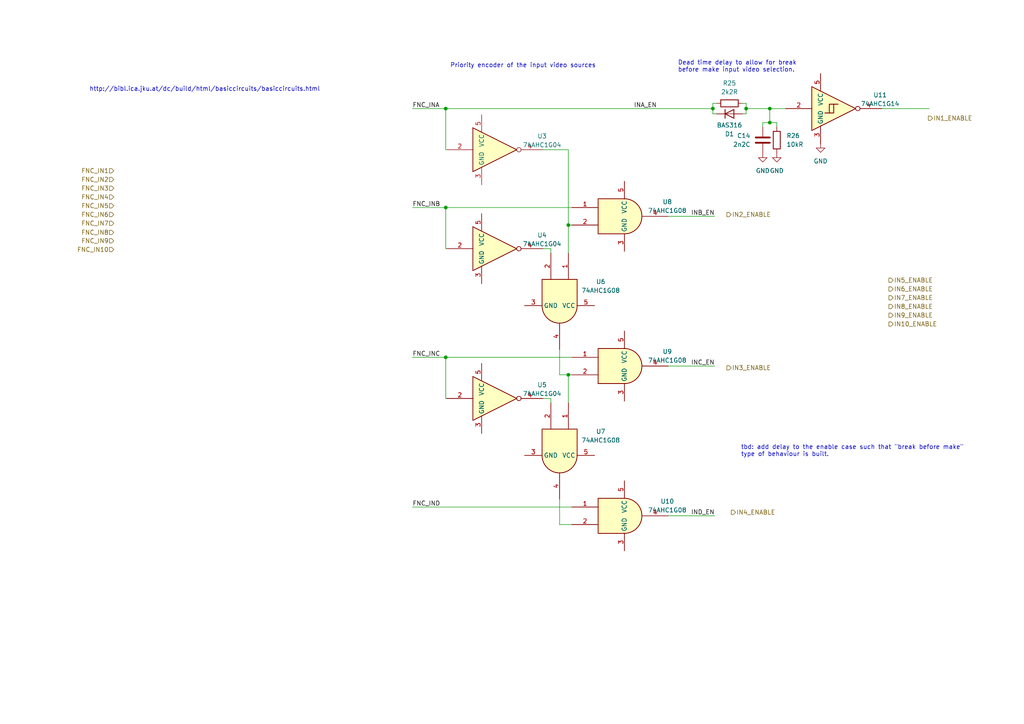
<source format=kicad_sch>
(kicad_sch (version 20230121) (generator eeschema)
  (paper "A4")
  (lib_symbols
    (symbol "74xGxx:74AHC1G04"
      (property "Reference" "U" (at -2.54 3.81 0))
      (property "Value" "74AHC1G04" (at 0 -3.81 0))
      (symbol "74AHC1G04_0_1"
        (polyline (pts (xy -7.62 6.35) (xy -7.62 -6.35) (xy 5.08 0) (xy -7.62 6.35)) (stroke (width 0.254)) (fill (type background)))
      )
      (symbol "74AHC1G04_1_1"
        (pin input line (at -15.24 0 0) (length 7.62) (name "~") (number "2"))
        (pin power_in line (at -5.08 -10.16 90) (length 5.08) (name "GND") (number "3"))
        (pin output inverted (at 12.7 0 180) (length 7.62) (name "~") (number "4"))
        (pin power_in line (at -5.08 10.16 270) (length 5.08) (name "VCC") (number "5"))
      )
    )
    (symbol "74xGxx:74AHC1G08"
      (property "Reference" "U" (at -2.54 3.81 0))
      (property "Value" "74AHC1G08" (at 0 -3.81 0))
      (symbol "74AHC1G08_0_1"
        (arc (start 0 -5.08) (mid 5.0579 0) (end 0 5.08) (stroke (width 0.254)) (fill (type background)))
        (polyline (pts (xy 0 -5.08) (xy -7.62 -5.08) (xy -7.62 5.08) (xy 0 5.08)) (stroke (width 0.254)) (fill (type background)))
      )
      (symbol "74AHC1G08_1_1"
        (pin input line (at -15.24 2.54 0) (length 7.62) (name "~") (number "1"))
        (pin input line (at -15.24 -2.54 0) (length 7.62) (name "~") (number "2"))
        (pin power_in line (at 0 -10.16 90) (length 5.08) (name "GND") (number "3"))
        (pin output line (at 12.7 0 180) (length 7.62) (name "~") (number "4"))
        (pin power_in line (at 0 10.16 270) (length 5.08) (name "VCC") (number "5"))
      )
    )
    (symbol "74xGxx:74AHC1G14"
      (property "Reference" "U" (at -2.54 3.81 0))
      (property "Value" "74AHC1G14" (at 0 -3.81 0))
      (symbol "74AHC1G14_0_1"
        (polyline (pts (xy -2.54 -1.27) (xy -1.27 -1.27) (xy -1.27 1.27)) (stroke (width 0.254)) (fill (type background)))
        (polyline (pts (xy -7.62 6.35) (xy -7.62 -6.35) (xy 5.08 0) (xy -7.62 6.35)) (stroke (width 0.254)) (fill (type background)))
        (polyline (pts (xy -3.81 -1.27) (xy -2.54 -1.27) (xy -2.54 1.27) (xy 0 1.27)) (stroke (width 0.254)) (fill (type background)))
      )
      (symbol "74AHC1G14_1_1"
        (pin input line (at -15.24 0 0) (length 7.62) (name "~") (number "2"))
        (pin power_in line (at -5.08 -10.16 90) (length 5.08) (name "GND") (number "3"))
        (pin output inverted (at 12.7 0 180) (length 7.62) (name "~") (number "4"))
        (pin power_in line (at -5.08 10.16 270) (length 5.08) (name "VCC") (number "5"))
      )
    )
    (symbol "Device:C" (pin_numbers hide) (pin_names (offset 0.254))
      (property "Reference" "C" (at 0.635 2.54 0))
      (property "Value" "C" (at 0.635 -2.54 0))
      (symbol "C_0_1"
        (polyline (pts (xy -2.032 -0.762) (xy 2.032 -0.762)) (stroke (width 0.508)))
        (polyline (pts (xy -2.032 0.762) (xy 2.032 0.762)) (stroke (width 0.508)))
      )
      (symbol "C_1_1"
        (pin passive line (at 0 3.81 270) (length 2.794) (name "~") (number "1"))
        (pin passive line (at 0 -3.81 90) (length 2.794) (name "~") (number "2"))
      )
    )
    (symbol "Device:D" (pin_numbers hide) (pin_names (offset 1.016) hide)
      (property "Reference" "D" (at 0 2.54 0))
      (property "Value" "D" (at 0 -2.54 0))
      (symbol "D_0_1"
        (polyline (pts (xy -1.27 1.27) (xy -1.27 -1.27)) (stroke (width 0.254)))
        (polyline (pts (xy 1.27 0) (xy -1.27 0)))
        (polyline (pts (xy 1.27 1.27) (xy 1.27 -1.27) (xy -1.27 0) (xy 1.27 1.27)) (stroke (width 0.254)))
      )
      (symbol "D_1_1"
        (pin passive line (at -3.81 0 0) (length 2.54) (name "K") (number "1"))
        (pin passive line (at 3.81 0 180) (length 2.54) (name "A") (number "2"))
      )
    )
    (symbol "Device:R" (pin_numbers hide) (pin_names (offset 0))
      (property "Reference" "R" (at 2.032 0 90))
      (property "Value" "R" (at 0 0 90))
      (symbol "R_0_1"
        (rectangle (start -1.016 -2.54) (end 1.016 2.54) (stroke (width 0.254)))
      )
      (symbol "R_1_1"
        (pin passive line (at 0 3.81 270) (length 1.27) (name "~") (number "1"))
        (pin passive line (at 0 -3.81 90) (length 1.27) (name "~") (number "2"))
      )
    )
    (symbol "power:GND" (power) (pin_names (offset 0))
      (property "Value" "GND" (at 0 -3.81 0))
      (symbol "GND_0_1"
        (polyline (pts (xy 0 0) (xy 0 -1.27) (xy 1.27 -1.27) (xy 0 -2.54) (xy -1.27 -1.27) (xy 0 -1.27)))
      )
      (symbol "GND_1_1"
        (pin power_in line (at 0 0 270) (length 0) hide (name "GND") (number "1"))
      )
    )
  )
  (junction (at 223.266 31.496))
  (junction (at 129.286 31.496))
  (junction (at 206.756 31.496))
  (junction (at 223.266 35.56))
  (junction (at 216.408 31.496))
  (junction (at 129.286 60.198))
  (junction (at 164.846 65.278))
  (junction (at 164.846 108.712))
  (junction (at 129.286 103.632))
  (wire (pts (xy 129.286 103.632) (xy 165.862 103.632)))
  (wire (pts (xy 193.802 149.606) (xy 207.264 149.606)))
  (wire (pts (xy 159.766 72.136) (xy 159.766 73.406)))
  (wire (pts (xy 216.408 29.972) (xy 216.408 31.496)))
  (wire (pts (xy 221.234 36.83) (xy 221.234 35.56)))
  (wire (pts (xy 164.846 43.434) (xy 164.846 65.278)))
  (wire (pts (xy 119.634 103.632) (xy 129.286 103.632)))
  (wire (pts (xy 206.756 33.02) (xy 207.772 33.02)))
  (wire (pts (xy 129.286 115.57) (xy 129.286 103.632)))
  (wire (pts (xy 165.862 108.712) (xy 164.846 108.712)))
  (wire (pts (xy 157.48 72.136) (xy 159.766 72.136)))
  (wire (pts (xy 221.234 35.56) (xy 223.266 35.56)))
  (wire (pts (xy 193.802 62.738) (xy 207.264 62.738)))
  (wire (pts (xy 216.408 31.496) (xy 223.266 31.496)))
  (wire (pts (xy 223.266 31.496) (xy 227.838 31.496)))
  (wire (pts (xy 157.48 115.57) (xy 159.766 115.57)))
  (wire (pts (xy 157.48 43.434) (xy 164.846 43.434)))
  (wire (pts (xy 119.634 147.066) (xy 165.862 147.066)))
  (wire (pts (xy 223.266 35.56) (xy 225.298 35.56)))
  (wire (pts (xy 119.634 31.496) (xy 129.286 31.496)))
  (wire (pts (xy 207.772 29.972) (xy 206.756 29.972)))
  (wire (pts (xy 119.634 60.198) (xy 129.286 60.198)))
  (wire (pts (xy 223.266 31.496) (xy 223.266 35.56)))
  (wire (pts (xy 206.756 31.496) (xy 206.756 33.02)))
  (wire (pts (xy 129.286 43.434) (xy 129.286 31.496)))
  (wire (pts (xy 129.54 72.136) (xy 129.286 72.136)))
  (wire (pts (xy 129.286 72.136) (xy 129.286 60.198)))
  (wire (pts (xy 159.766 115.57) (xy 159.766 116.84)))
  (wire (pts (xy 162.306 101.346) (xy 162.306 108.712)))
  (wire (pts (xy 162.306 108.712) (xy 164.846 108.712)))
  (wire (pts (xy 164.846 108.712) (xy 164.846 116.84)))
  (wire (pts (xy 129.286 60.198) (xy 165.862 60.198)))
  (wire (pts (xy 129.54 43.434) (xy 129.286 43.434)))
  (wire (pts (xy 215.392 29.972) (xy 216.408 29.972)))
  (wire (pts (xy 165.862 65.278) (xy 164.846 65.278)))
  (wire (pts (xy 129.286 31.496) (xy 206.756 31.496)))
  (wire (pts (xy 216.408 33.02) (xy 215.392 33.02)))
  (wire (pts (xy 193.802 106.172) (xy 207.264 106.172)))
  (wire (pts (xy 164.846 65.278) (xy 164.846 73.406)))
  (wire (pts (xy 129.54 115.57) (xy 129.286 115.57)))
  (wire (pts (xy 255.778 31.496) (xy 269.494 31.496)))
  (wire (pts (xy 162.306 152.146) (xy 165.862 152.146)))
  (wire (pts (xy 216.408 31.496) (xy 216.408 33.02)))
  (wire (pts (xy 206.756 29.972) (xy 206.756 31.496)))
  (wire (pts (xy 162.306 144.78) (xy 162.306 152.146)))
  (wire (pts (xy 225.298 35.56) (xy 225.298 36.83)))
  (text "http://bibl.ica.jku.at/dc/build/html/basiccircuits/basiccircuits.html" (at 25.908 26.67 0) (effects (font (size 1.27 1.27)) (justify left bottom)))
  (text "Dead time delay to allow for break\nbefore make input video selection." (at 196.596 21.082 0) (effects (font (size 1.27 1.27)) (justify left bottom)))
  (text "Priority encoder of the input video sources" (at 130.556 19.812 0) (effects (font (size 1.27 1.27)) (justify left bottom)))
  (text "tbd: add delay to the enable case such that \"break before make\"\ntype of behaviour is built." (at 214.884 132.588 0) (effects (font (size 1.27 1.27)) (justify left bottom)))
  (label "IND_EN" (at 207.264 149.606 180))
  (label "INA_EN" (at 190.5 31.496 180))
  (label "FNC_IND" (at 119.634 147.066 0))
  (label "INB_EN" (at 207.264 62.738 180))
  (label "FNC_INB" (at 119.634 60.198 0))
  (label "FNC_INA" (at 119.634 31.496 0))
  (label "FNC_INC" (at 119.634 103.632 0))
  (label "INC_EN" (at 207.264 106.172 180))
  (hierarchical_label "FNC_IN3" (shape input) (at 33.02 54.61 180))
  (hierarchical_label "IN2_ENABLE" (shape output) (at 210.82 62.23 0))
  (hierarchical_label "FNC_IN8" (shape input) (at 33.0089 67.4096 180))
  (hierarchical_label "IN8_ENABLE" (shape output) (at 257.81 88.9 0))
  (hierarchical_label "IN10_ENABLE" (shape output) (at 257.81 93.98 0))
  (hierarchical_label "IN1_ENABLE" (shape output) (at 269.24 34.29 0))
  (hierarchical_label "IN5_ENABLE" (shape output) (at 257.81 81.28 0))
  (hierarchical_label "IN4_ENABLE" (shape output) (at 212.09 148.59 0))
  (hierarchical_label "FNC_IN7" (shape input) (at 33.02 64.77 180))
  (hierarchical_label "FNC_IN5" (shape input) (at 33.02 59.69 180))
  (hierarchical_label "FNC_IN10" (shape input) (at 33.02 72.39 180))
  (hierarchical_label "IN9_ENABLE" (shape output) (at 257.81 91.44 0))
  (hierarchical_label "FNC_IN1" (shape input) (at 33.02 49.53 180))
  (hierarchical_label "FNC_IN6" (shape input) (at 33.02 62.23 180))
  (hierarchical_label "FNC_IN2" (shape input) (at 33.02 52.07 180))
  (hierarchical_label "IN7_ENABLE" (shape output) (at 257.81 86.36 0))
  (hierarchical_label "FNC_IN9" (shape input) (at 33.02 69.85 180))
  (hierarchical_label "IN3_ENABLE" (shape output) (at 210.82 106.68 0))
  (hierarchical_label "FNC_IN4" (shape input) (at 33.02 57.15 180))
  (hierarchical_label "IN6_ENABLE" (shape output) (at 257.81 83.82 0))
  (symbol (lib_id "Device:R") (at 211.582 29.972 90) (unit 1)
    (property "Reference" "R25" (at 211.582 24.13 90))
    (property "Value" "2k2R" (at 211.582 26.67 90))
    (property "Footprint" "Resistor_SMD:R_0805_2012Metric_Pad1.20x1.40mm_HandSolder" (effects hide))
  )
  (symbol (lib_id "74xGxx:74AHC1G08") (at 181.102 149.606 0) (unit 1)
    (property "Reference" "U10" (at 193.548 145.4151 0))
    (property "Value" "74AHC1G08" (at 193.548 147.9551 0))
    (property "Datasheet" "http://www.ti.com/lit/sg/scyt129e/scyt129e.pdf" (effects hide))
  )
  (symbol (lib_id "power:GND") (at 225.298 44.45 0) (unit 1)
    (property "Reference" "#PWR01" (effects hide))
    (property "Value" "GND" (at 225.298 49.53 0))
    (instances (project "SCART_switcher" (path "" (reference "#PWR01") (unit 1)) (path "" (reference "#PWR046") (unit 1))))
  )
  (symbol (lib_id "74xGxx:74AHC1G14") (at 243.078 31.496 0) (unit 1)
    (property "Reference" "U11" (at 255.27 27.5591 0))
    (property "Value" "74AHC1G14" (at 255.27 30.0991 0))
    (property "Datasheet" "https://www.ti.com/lit/ds/symlink/sn74lvc1g14.pdf" (effects hide))
  )
  (symbol (lib_id "74xGxx:74AHC1G04") (at 144.78 72.136 0) (unit 1)
    (property "Reference" "U4" (at 157.226 68.1991 0))
    (property "Value" "74AHC1G04" (at 157.226 70.7391 0))
    (property "Datasheet" "http://www.ti.com/lit/sg/scyt129e/scyt129e.pdf" (effects hide))
  )
  (symbol (lib_id "74xGxx:74AHC1G08") (at 181.102 106.172 0) (unit 1)
    (property "Reference" "U9" (at 193.548 101.9811 0))
    (property "Value" "74AHC1G08" (at 193.548 104.5211 0))
    (property "Datasheet" "http://www.ti.com/lit/sg/scyt129e/scyt129e.pdf" (effects hide))
  )
  (symbol (lib_id "Device:D") (at 211.582 33.02 0) (mirror x) (unit 1)
    (property "Reference" "D1" (at 211.582 38.862 0))
    (property "Value" "BAS316" (at 211.582 36.322 0))
    (property "Sim.Device" "D" (effects hide))
    (property "Sim.Pins" "1=K 2=A" (effects hide))
  )
  (symbol (lib_id "74xGxx:74AHC1G04") (at 144.78 115.57 0) (unit 1)
    (property "Reference" "U5" (at 157.226 111.6331 0))
    (property "Value" "74AHC1G04" (at 157.226 114.1731 0))
    (property "Datasheet" "http://www.ti.com/lit/sg/scyt129e/scyt129e.pdf" (effects hide))
  )
  (symbol (lib_id "74xGxx:74AHC1G08") (at 162.306 88.646 270) (unit 1)
    (property "Reference" "U6" (at 174.244 81.7179 90))
    (property "Value" "74AHC1G08" (at 174.244 84.2579 90))
    (property "Datasheet" "http://www.ti.com/lit/sg/scyt129e/scyt129e.pdf" (effects hide))
  )
  (symbol (lib_id "74xGxx:74AHC1G04") (at 144.78 43.434 0) (unit 1)
    (property "Reference" "U3" (at 157.226 39.4971 0))
    (property "Value" "74AHC1G04" (at 157.226 42.0371 0))
    (property "Datasheet" "http://www.ti.com/lit/sg/scyt129e/scyt129e.pdf" (effects hide))
  )
  (symbol (lib_id "power:GND") (at 221.234 44.45 0) (unit 1)
    (property "Reference" "#PWR01" (effects hide))
    (property "Value" "GND" (at 221.234 49.53 0))
    (instances (project "SCART_switcher" (path "" (reference "#PWR01") (unit 1)) (path "" (reference "#PWR045") (unit 1))))
  )
  (symbol (lib_id "74xGxx:74AHC1G08") (at 162.306 132.08 270) (unit 1)
    (property "Reference" "U7" (at 174.244 125.1519 90))
    (property "Value" "74AHC1G08" (at 174.244 127.6919 90))
    (property "Datasheet" "http://www.ti.com/lit/sg/scyt129e/scyt129e.pdf" (effects hide))
  )
  (symbol (lib_id "74xGxx:74AHC1G08") (at 181.102 62.738 0) (unit 1)
    (property "Reference" "U8" (at 193.548 58.5471 0))
    (property "Value" "74AHC1G08" (at 193.548 61.0871 0))
    (property "Datasheet" "http://www.ti.com/lit/sg/scyt129e/scyt129e.pdf" (effects hide))
  )
  (symbol (lib_id "Device:R") (at 225.298 40.64 0) (unit 1)
    (property "Reference" "R26" (at 228.092 39.37 0) (effects (justify left)))
    (property "Value" "10kR" (at 228.092 41.91 0) (effects (justify left)))
    (property "Footprint" "Resistor_SMD:R_0805_2012Metric_Pad1.20x1.40mm_HandSolder" (effects hide))
  )
  (symbol (lib_id "Device:C") (at 221.234 40.64 0) (mirror y) (unit 1)
    (property "Reference" "C14" (at 217.678 39.37 0) (effects (justify left)))
    (property "Value" "2n2C" (at 217.678 41.91 0) (effects (justify left)))
  )
  (symbol (lib_id "power:GND") (at 237.998 41.656 0) (unit 1)
    (property "Reference" "#PWR01" (effects hide))
    (property "Value" "GND" (at 237.998 46.736 0))
    (instances (project "SCART_switcher" (path "" (reference "#PWR01") (unit 1)) (path "" (reference "#PWR047") (unit 1))))
  )
)
</source>
